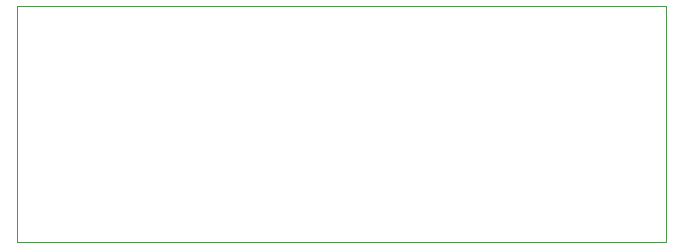
<source format=gbr>
%TF.GenerationSoftware,KiCad,Pcbnew,8.0.2*%
%TF.CreationDate,2024-08-23T12:07:27+02:00*%
%TF.ProjectId,CurrentLimiter2,43757272-656e-4744-9c69-6d6974657232,rev?*%
%TF.SameCoordinates,Original*%
%TF.FileFunction,Profile,NP*%
%FSLAX46Y46*%
G04 Gerber Fmt 4.6, Leading zero omitted, Abs format (unit mm)*
G04 Created by KiCad (PCBNEW 8.0.2) date 2024-08-23 12:07:27*
%MOMM*%
%LPD*%
G01*
G04 APERTURE LIST*
%TA.AperFunction,Profile*%
%ADD10C,0.050000*%
%TD*%
G04 APERTURE END LIST*
D10*
X100000000Y-90000000D02*
X155000000Y-90000000D01*
X155000000Y-110000000D01*
X100000000Y-110000000D01*
X100000000Y-90000000D01*
M02*

</source>
